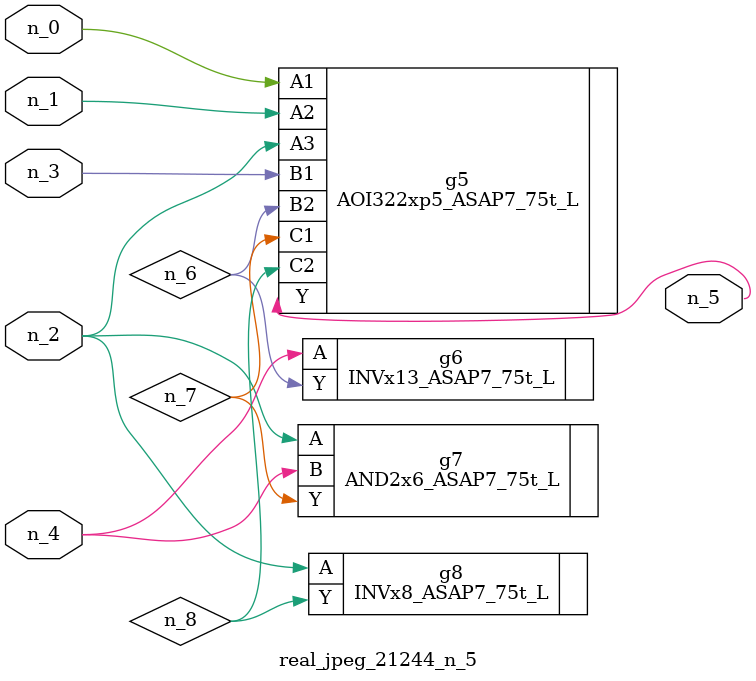
<source format=v>
module real_jpeg_21244_n_5 (n_4, n_0, n_1, n_2, n_3, n_5);

input n_4;
input n_0;
input n_1;
input n_2;
input n_3;

output n_5;

wire n_8;
wire n_6;
wire n_7;

AOI322xp5_ASAP7_75t_L g5 ( 
.A1(n_0),
.A2(n_1),
.A3(n_2),
.B1(n_3),
.B2(n_6),
.C1(n_7),
.C2(n_8),
.Y(n_5)
);

AND2x6_ASAP7_75t_L g7 ( 
.A(n_2),
.B(n_4),
.Y(n_7)
);

INVx8_ASAP7_75t_L g8 ( 
.A(n_2),
.Y(n_8)
);

INVx13_ASAP7_75t_L g6 ( 
.A(n_4),
.Y(n_6)
);


endmodule
</source>
